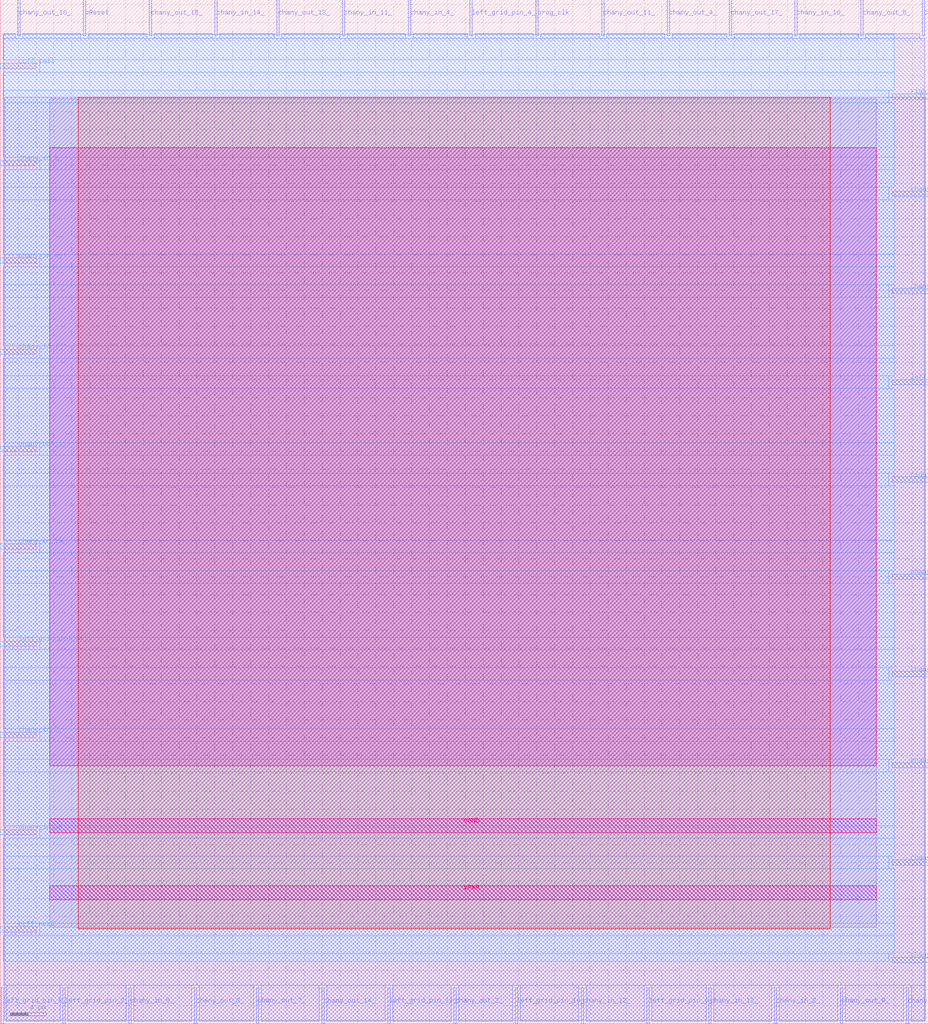
<source format=lef>
VERSION 5.7 ;
  NAMESCASESENSITIVE ON ;
  NOWIREEXTENSIONATPIN ON ;
  DIVIDERCHAR "/" ;
  BUSBITCHARS "[]" ;
UNITS
  DATABASE MICRONS 200 ;
END UNITS

MACRO cby_0__1_
  CLASS BLOCK ;
  FOREIGN cby_0__1_ ;
  ORIGIN 0.000 0.000 ;
  SIZE 103.775 BY 114.495 ;
  PIN ccff_head
    DIRECTION INPUT ;
    PORT
      LAYER met3 ;
        RECT 0.000 10.240 4.000 10.840 ;
    END
  END ccff_head
  PIN ccff_tail
    DIRECTION OUTPUT TRISTATE ;
    PORT
      LAYER met3 ;
        RECT 0.000 106.800 4.000 107.400 ;
    END
  END ccff_tail
  PIN chany_in_0_
    DIRECTION INPUT ;
    PORT
      LAYER met3 ;
        RECT 0.000 85.040 4.000 85.640 ;
    END
  END chany_in_0_
  PIN chany_in_10_
    DIRECTION INPUT ;
    PORT
      LAYER met3 ;
        RECT 0.000 53.080 4.000 53.680 ;
    END
  END chany_in_10_
  PIN chany_in_11_
    DIRECTION INPUT ;
    PORT
      LAYER met2 ;
        RECT 38.270 110.495 38.550 114.495 ;
    END
  END chany_in_11_
  PIN chany_in_12_
    DIRECTION INPUT ;
    PORT
      LAYER met2 ;
        RECT 64.950 0.000 65.230 4.000 ;
    END
  END chany_in_12_
  PIN chany_in_13_
    DIRECTION INPUT ;
    PORT
      LAYER met2 ;
        RECT 79.210 0.000 79.490 4.000 ;
    END
  END chany_in_13_
  PIN chany_in_14_
    DIRECTION INPUT ;
    PORT
      LAYER met2 ;
        RECT 24.010 110.495 24.290 114.495 ;
    END
  END chany_in_14_
  PIN chany_in_15_
    DIRECTION INPUT ;
    PORT
      LAYER met3 ;
        RECT 0.000 21.120 4.000 21.720 ;
    END
  END chany_in_15_
  PIN chany_in_16_
    DIRECTION INPUT ;
    PORT
      LAYER met2 ;
        RECT 88.870 110.495 89.150 114.495 ;
    END
  END chany_in_16_
  PIN chany_in_17_
    DIRECTION INPUT ;
    PORT
      LAYER met3 ;
        RECT 99.775 81.640 103.775 82.240 ;
    END
  END chany_in_17_
  PIN chany_in_1_
    DIRECTION INPUT ;
    PORT
      LAYER met3 ;
        RECT 0.000 74.840 4.000 75.440 ;
    END
  END chany_in_1_
  PIN chany_in_2_
    DIRECTION INPUT ;
    PORT
      LAYER met2 ;
        RECT 86.570 0.000 86.850 4.000 ;
    END
  END chany_in_2_
  PIN chany_in_3_
    DIRECTION INPUT ;
    PORT
      LAYER met3 ;
        RECT 0.000 95.920 4.000 96.520 ;
    END
  END chany_in_3_
  PIN chany_in_4_
    DIRECTION INPUT ;
    PORT
      LAYER met2 ;
        RECT 45.630 110.495 45.910 114.495 ;
    END
  END chany_in_4_
  PIN chany_in_5_
    DIRECTION INPUT ;
    PORT
      LAYER met2 ;
        RECT 14.350 0.000 14.630 4.000 ;
    END
  END chany_in_5_
  PIN chany_in_6_
    DIRECTION INPUT ;
    PORT
      LAYER met3 ;
        RECT 99.775 28.600 103.775 29.200 ;
    END
  END chany_in_6_
  PIN chany_in_7_
    DIRECTION INPUT ;
    PORT
      LAYER met3 ;
        RECT 0.000 32.000 4.000 32.600 ;
    END
  END chany_in_7_
  PIN chany_in_8_
    DIRECTION INPUT ;
    PORT
      LAYER met3 ;
        RECT 99.775 49.680 103.775 50.280 ;
    END
  END chany_in_8_
  PIN chany_in_9_
    DIRECTION INPUT ;
    PORT
      LAYER met2 ;
        RECT 103.130 110.495 103.410 114.495 ;
    END
  END chany_in_9_
  PIN chany_out_0_
    DIRECTION OUTPUT TRISTATE ;
    PORT
      LAYER met3 ;
        RECT 99.775 17.720 103.775 18.320 ;
    END
  END chany_out_0_
  PIN chany_out_10_
    DIRECTION OUTPUT TRISTATE ;
    PORT
      LAYER met2 ;
        RECT 1.930 110.495 2.210 114.495 ;
    END
  END chany_out_10_
  PIN chany_out_11_
    DIRECTION OUTPUT TRISTATE ;
    PORT
      LAYER met2 ;
        RECT 67.250 110.495 67.530 114.495 ;
    END
  END chany_out_11_
  PIN chany_out_12_
    DIRECTION OUTPUT TRISTATE ;
    PORT
      LAYER met3 ;
        RECT 99.775 6.840 103.775 7.440 ;
    END
  END chany_out_12_
  PIN chany_out_13_
    DIRECTION OUTPUT TRISTATE ;
    PORT
      LAYER met2 ;
        RECT 30.910 110.495 31.190 114.495 ;
    END
  END chany_out_13_
  PIN chany_out_14_
    DIRECTION OUTPUT TRISTATE ;
    PORT
      LAYER met2 ;
        RECT 35.970 0.000 36.250 4.000 ;
    END
  END chany_out_14_
  PIN chany_out_15_
    DIRECTION OUTPUT TRISTATE ;
    PORT
      LAYER met2 ;
        RECT 16.650 110.495 16.930 114.495 ;
    END
  END chany_out_15_
  PIN chany_out_16_
    DIRECTION OUTPUT TRISTATE ;
    PORT
      LAYER met2 ;
        RECT 101.290 0.000 101.570 4.000 ;
    END
  END chany_out_16_
  PIN chany_out_17_
    DIRECTION OUTPUT TRISTATE ;
    PORT
      LAYER met2 ;
        RECT 81.510 110.495 81.790 114.495 ;
    END
  END chany_out_17_
  PIN chany_out_1_
    DIRECTION OUTPUT TRISTATE ;
    PORT
      LAYER met3 ;
        RECT 0.000 63.960 4.000 64.560 ;
    END
  END chany_out_1_
  PIN chany_out_2_
    DIRECTION OUTPUT TRISTATE ;
    PORT
      LAYER met2 ;
        RECT 50.690 0.000 50.970 4.000 ;
    END
  END chany_out_2_
  PIN chany_out_3_
    DIRECTION OUTPUT TRISTATE ;
    PORT
      LAYER met3 ;
        RECT 99.775 92.520 103.775 93.120 ;
    END
  END chany_out_3_
  PIN chany_out_4_
    DIRECTION OUTPUT TRISTATE ;
    PORT
      LAYER met2 ;
        RECT 74.610 110.495 74.890 114.495 ;
    END
  END chany_out_4_
  PIN chany_out_5_
    DIRECTION OUTPUT TRISTATE ;
    PORT
      LAYER met2 ;
        RECT 96.230 110.495 96.510 114.495 ;
    END
  END chany_out_5_
  PIN chany_out_6_
    DIRECTION OUTPUT TRISTATE ;
    PORT
      LAYER met3 ;
        RECT 99.775 38.800 103.775 39.400 ;
    END
  END chany_out_6_
  PIN chany_out_7_
    DIRECTION OUTPUT TRISTATE ;
    PORT
      LAYER met2 ;
        RECT 28.610 0.000 28.890 4.000 ;
    END
  END chany_out_7_
  PIN chany_out_8_
    DIRECTION OUTPUT TRISTATE ;
    PORT
      LAYER met2 ;
        RECT 21.710 0.000 21.990 4.000 ;
    END
  END chany_out_8_
  PIN chany_out_9_
    DIRECTION OUTPUT TRISTATE ;
    PORT
      LAYER met2 ;
        RECT 93.930 0.000 94.210 4.000 ;
    END
  END chany_out_9_
  PIN left_grid_pin_0_
    DIRECTION OUTPUT TRISTATE ;
    PORT
      LAYER met2 ;
        RECT 72.310 0.000 72.590 4.000 ;
    END
  END left_grid_pin_0_
  PIN left_grid_pin_10_
    DIRECTION OUTPUT TRISTATE ;
    PORT
      LAYER met2 ;
        RECT 57.590 0.000 57.870 4.000 ;
    END
  END left_grid_pin_10_
  PIN left_grid_pin_12_
    DIRECTION OUTPUT TRISTATE ;
    PORT
      LAYER met2 ;
        RECT 43.330 0.000 43.610 4.000 ;
    END
  END left_grid_pin_12_
  PIN left_grid_pin_14_
    DIRECTION OUTPUT TRISTATE ;
    PORT
      LAYER met3 ;
        RECT 0.000 42.200 4.000 42.800 ;
    END
  END left_grid_pin_14_
  PIN left_grid_pin_2_
    DIRECTION OUTPUT TRISTATE ;
    PORT
      LAYER met2 ;
        RECT 6.990 0.000 7.270 4.000 ;
    END
  END left_grid_pin_2_
  PIN left_grid_pin_4_
    DIRECTION OUTPUT TRISTATE ;
    PORT
      LAYER met2 ;
        RECT 52.530 110.495 52.810 114.495 ;
    END
  END left_grid_pin_4_
  PIN left_grid_pin_6_
    DIRECTION OUTPUT TRISTATE ;
    PORT
      LAYER met3 ;
        RECT 99.775 71.440 103.775 72.040 ;
    END
  END left_grid_pin_6_
  PIN left_grid_pin_8_
    DIRECTION OUTPUT TRISTATE ;
    PORT
      LAYER met2 ;
        RECT 0.090 0.000 0.370 4.000 ;
    END
  END left_grid_pin_8_
  PIN pReset
    DIRECTION INPUT ;
    PORT
      LAYER met2 ;
        RECT 9.290 110.495 9.570 114.495 ;
    END
  END pReset
  PIN prog_clk
    DIRECTION INPUT ;
    PORT
      LAYER met2 ;
        RECT 59.890 110.495 60.170 114.495 ;
    END
  END prog_clk
  PIN right_grid_pin_3_
    DIRECTION OUTPUT TRISTATE ;
    PORT
      LAYER met3 ;
        RECT 99.775 103.400 103.775 104.000 ;
    END
  END right_grid_pin_3_
  PIN right_grid_pin_7_
    DIRECTION OUTPUT TRISTATE ;
    PORT
      LAYER met3 ;
        RECT 99.775 60.560 103.775 61.160 ;
    END
  END right_grid_pin_7_
  PIN VPWR
    DIRECTION INPUT ;
    USE POWER ;
    PORT
      LAYER met5 ;
        RECT 5.520 13.840 97.980 15.440 ;
    END
  END VPWR
  PIN VGND
    DIRECTION INPUT ;
    USE GROUND ;
    PORT
      LAYER met5 ;
        RECT 5.520 21.340 97.980 22.940 ;
    END
  END VGND
  OBS
      LAYER li1 ;
        RECT 5.520 10.795 97.980 103.445 ;
      LAYER met1 ;
        RECT 0.530 0.380 103.430 103.600 ;
      LAYER met2 ;
        RECT 0.370 110.215 1.650 110.685 ;
        RECT 2.490 110.215 9.010 110.685 ;
        RECT 9.850 110.215 16.370 110.685 ;
        RECT 17.210 110.215 23.730 110.685 ;
        RECT 24.570 110.215 30.630 110.685 ;
        RECT 31.470 110.215 37.990 110.685 ;
        RECT 38.830 110.215 45.350 110.685 ;
        RECT 46.190 110.215 52.250 110.685 ;
        RECT 53.090 110.215 59.610 110.685 ;
        RECT 60.450 110.215 66.970 110.685 ;
        RECT 67.810 110.215 74.330 110.685 ;
        RECT 75.170 110.215 81.230 110.685 ;
        RECT 82.070 110.215 88.590 110.685 ;
        RECT 89.430 110.215 95.950 110.685 ;
        RECT 96.790 110.215 102.850 110.685 ;
        RECT 0.370 4.280 103.400 110.215 ;
        RECT 0.650 0.270 6.710 4.280 ;
        RECT 7.550 0.270 14.070 4.280 ;
        RECT 14.910 0.270 21.430 4.280 ;
        RECT 22.270 0.270 28.330 4.280 ;
        RECT 29.170 0.270 35.690 4.280 ;
        RECT 36.530 0.270 43.050 4.280 ;
        RECT 43.890 0.270 50.410 4.280 ;
        RECT 51.250 0.270 57.310 4.280 ;
        RECT 58.150 0.270 64.670 4.280 ;
        RECT 65.510 0.270 72.030 4.280 ;
        RECT 72.870 0.270 78.930 4.280 ;
        RECT 79.770 0.270 86.290 4.280 ;
        RECT 87.130 0.270 93.650 4.280 ;
        RECT 94.490 0.270 101.010 4.280 ;
        RECT 101.850 0.270 103.400 4.280 ;
      LAYER met3 ;
        RECT 0.310 107.800 99.970 110.665 ;
        RECT 4.400 106.400 99.970 107.800 ;
        RECT 0.310 104.400 99.970 106.400 ;
        RECT 0.310 103.000 99.375 104.400 ;
        RECT 0.310 96.920 99.970 103.000 ;
        RECT 4.400 95.520 99.970 96.920 ;
        RECT 0.310 93.520 99.970 95.520 ;
        RECT 0.310 92.120 99.375 93.520 ;
        RECT 0.310 86.040 99.970 92.120 ;
        RECT 4.400 84.640 99.970 86.040 ;
        RECT 0.310 82.640 99.970 84.640 ;
        RECT 0.310 81.240 99.375 82.640 ;
        RECT 0.310 75.840 99.970 81.240 ;
        RECT 4.400 74.440 99.970 75.840 ;
        RECT 0.310 72.440 99.970 74.440 ;
        RECT 0.310 71.040 99.375 72.440 ;
        RECT 0.310 64.960 99.970 71.040 ;
        RECT 4.400 63.560 99.970 64.960 ;
        RECT 0.310 61.560 99.970 63.560 ;
        RECT 0.310 60.160 99.375 61.560 ;
        RECT 0.310 54.080 99.970 60.160 ;
        RECT 4.400 52.680 99.970 54.080 ;
        RECT 0.310 50.680 99.970 52.680 ;
        RECT 0.310 49.280 99.375 50.680 ;
        RECT 0.310 43.200 99.970 49.280 ;
        RECT 4.400 41.800 99.970 43.200 ;
        RECT 0.310 39.800 99.970 41.800 ;
        RECT 0.310 38.400 99.375 39.800 ;
        RECT 0.310 33.000 99.970 38.400 ;
        RECT 4.400 31.600 99.970 33.000 ;
        RECT 0.310 29.600 99.970 31.600 ;
        RECT 0.310 28.200 99.375 29.600 ;
        RECT 0.310 22.120 99.970 28.200 ;
        RECT 4.400 20.720 99.970 22.120 ;
        RECT 0.310 18.720 99.970 20.720 ;
        RECT 0.310 17.320 99.375 18.720 ;
        RECT 0.310 11.240 99.970 17.320 ;
        RECT 4.400 9.840 99.970 11.240 ;
        RECT 0.310 7.840 99.970 9.840 ;
        RECT 0.310 6.975 99.375 7.840 ;
      LAYER met4 ;
        RECT 8.720 10.640 92.820 103.600 ;
      LAYER met5 ;
        RECT 5.520 28.840 97.980 97.940 ;
  END
END cby_0__1_
END LIBRARY


</source>
